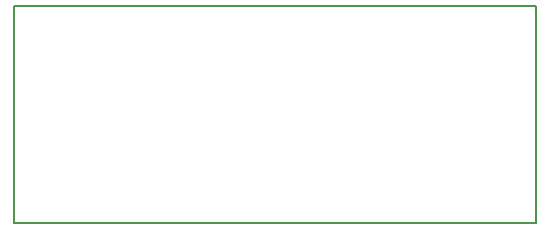
<source format=gbo>
G04 MADE WITH FRITZING*
G04 WWW.FRITZING.ORG*
G04 DOUBLE SIDED*
G04 HOLES PLATED*
G04 CONTOUR ON CENTER OF CONTOUR VECTOR*
%ASAXBY*%
%FSLAX23Y23*%
%MOIN*%
%OFA0B0*%
%SFA1.0B1.0*%
%ADD10R,1.746530X0.731646X1.730530X0.715646*%
%ADD11C,0.008000*%
%LNSILK0*%
G90*
G70*
G54D11*
X4Y728D02*
X1743Y728D01*
X1743Y4D01*
X4Y4D01*
X4Y728D01*
D02*
G04 End of Silk0*
M02*
</source>
